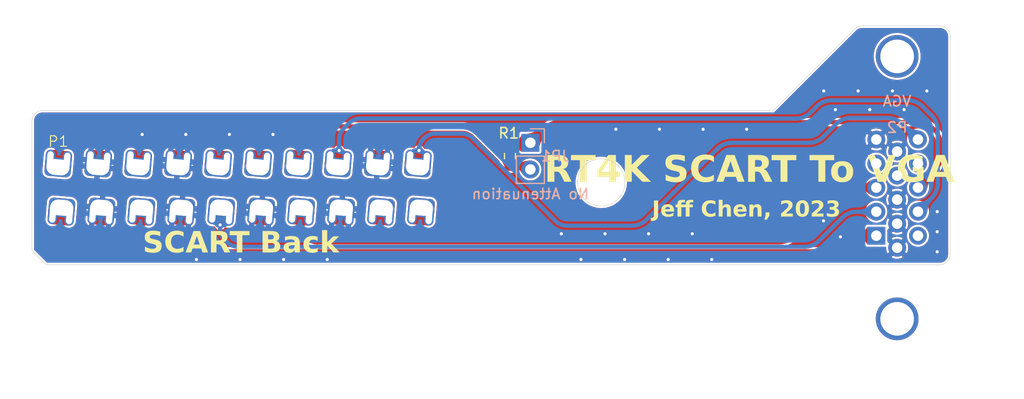
<source format=kicad_pcb>
(kicad_pcb (version 20221018) (generator pcbnew)
  (title_block (title "RT4K SCART2VGA Adapter") (date "2023-12-06") (rev "1.0") (company "Jeff Chen"))
  (layers (0 "F.Cu" signal) (31 "B.Cu" signal) (34 "B.Paste" user) (35 "F.Paste" user) (36 "B.SilkS" user "B.Silkscreen") (37 "F.SilkS" user "F.Silkscreen") (38 "B.Mask" user) (39 "F.Mask" user) (44 "Edge.Cuts" user))
  (net 0 "")
  (net 1 "/Sync")
  (net 2 "/Sync_Processed")
  (net 4 "/Audio_R")
  (net 6 "GND")
  (net 7 "/Audio_L")
  (net 8 "/Blue")
  (net 11 "/Green")
  (net 13 "/Red")
  (footprint "Resistor_SMD:R_0603_1608Metric_Pad0.98x0.95mm_HandSolder" (layer "F.Cu") (at 148.46 103.27 -90)
    (fp_text reference "R1" (at -2.1775 0.12 -180) (layer "F.SilkS"))
    (fp_text value "470")
    (fp_line (start -0.254724 -0.5225) (end 0.254724 -0.5225) (stroke (width 0.12)) (layer "F.SilkS"))
    (fp_line (start -0.254724 0.5225) (end 0.254724 0.5225) (stroke (width 0.12)) (layer "F.SilkS"))
    (pad "1" smd roundrect locked (at -0.9125 0 270) (size 0.975 0.95) (layers "F.Cu" "F.Paste" "F.Mask") (net 1 "/Sync"))
    (pad "2" smd roundrect locked (at 0.9125 0 270) (size 0.975 0.95) (layers "F.Cu" "F.Paste" "F.Mask") (net 2 "/Sync_Processed"))
  )
  (footprint "SCART2VGA:SCART_THT" (layer "F.Cu") (at 105.5 104.09)
    (fp_text reference "P1" (at 0 -2.21 unlocked) (layer "F.SilkS") (effects (font (thickness 0.1))))
    (fp_text value "SCART_PAL")
    (pad "1" thru_hole oval locked (at 33.679336 4.66927 265) (size 2 0.9) (drill oval 1.7 0.6) (layers "*.Cu" "*.Mask"))
    (pad "1" smd rect locked (at 34.426082 5.310967 355) (size 1.6 0.85) (layers "F.Cu" "F.Mask"))
    (pad "1" thru_hole roundrect locked (at 34.531745 4.09737 355) (size 2.5 1.8) (drill oval 2.2 1.5) (layers "*.Cu" "*.Mask"))
    (pad "1" thru_hole oval locked (at 35.273247 4.808719 265) (size 2 0.9) (drill oval 1.7 0.6) (layers "*.Cu" "*.Mask"))
    (pad "2" thru_hole oval locked (at 33.424824 -0.428774 85) (size 2 0.9) (drill oval 1.7 0.6) (layers "*.Cu" "*.Mask") (net 4 "/Audio_R"))
    (pad "2" thru_hole roundrect locked (at 34.169486 0.238668 175) (size 2.5 1.8) (drill oval 2.2 1.5) (layers "*.Cu" "*.Mask") (net 4 "/Audio_R"))
    (pad "2" smd rect locked (at 34.271436 -0.932118 355) (size 1.6 0.85) (layers "F.Cu" "F.Mask") (net 4 "/Audio_R"))
    (pad "2" thru_hole oval locked (at 35.018735 -0.289324 85) (size 2 0.9) (drill oval 1.7 0.6) (layers "*.Cu" "*.Mask") (net 4 "/Audio_R"))
    (pad "3" thru_hole oval locked (at 29.879336 4.66927 265) (size 2 0.9) (drill oval 1.7 0.6) (layers "*.Cu" "*.Mask"))
    (pad "3" smd rect locked (at 30.626082 5.310967 355) (size 1.6 0.85) (layers "F.Cu" "F.Mask"))
    (pad "3" thru_hole roundrect locked (at 30.731745 4.09737 355) (size 2.5 1.8) (drill oval 2.2 1.5) (layers "*.Cu" "*.Mask"))
    (pad "3" thru_hole oval locked (at 31.473247 4.808719 265) (size 2 0.9) (drill oval 1.7 0.6) (layers "*.Cu" "*.Mask"))
    (pad "4" thru_hole oval locked (at 29.624824 -0.428774 85) (size 2 0.9) (drill oval 1.7 0.6) (layers "*.Cu" "*.Mask") (net 6 "GND"))
    (pad "4" thru_hole roundrect locked (at 30.369486 0.238668 175) (size 2.5 1.8) (drill oval 2.2 1.5) (layers "*.Cu" "*.Mask") (net 6 "GND"))
    (pad "4" smd rect locked (at 30.471436 -0.932118 355) (size 1.6 0.85) (layers "F.Cu" "F.Mask") (net 6 "GND"))
    (pad "4" thru_hole oval locked (at 31.218735 -0.289324 85) (size 2 0.9) (drill oval 1.7 0.6) (layers "*.Cu" "*.Mask") (net 6 "GND"))
    (pad "5" thru_hole oval locked (at 26.079356 4.669271 265) (size 2 0.9) (drill oval 1.7 0.6) (layers "*.Cu" "*.Mask") (net 6 "GND"))
    (pad "5" smd rect locked (at 26.827828 5.312413 355) (size 1.6 0.85) (layers "F.Cu" "F.Mask") (net 6 "GND"))
    (pad "5" thru_hole roundrect locked (at 26.931765 4.097371 355) (size 2.5 1.8) (drill oval 2.2 1.5) (layers "*.Cu" "*.Mask") (net 6 "GND"))
    (pad "5" thru_hole oval locked (at 27.673267 4.80872 265) (size 2 0.9) (drill oval 1.7 0.6) (layers "*.Cu" "*.Mask") (net 6 "GND"))
    (pad "6" thru_hole oval locked (at 25.824824 -0.428774 85) (size 2 0.9) (drill oval 1.7 0.6) (layers "*.Cu" "*.Mask") (net 7 "/Audio_L"))
    (pad "6" thru_hole roundrect locked (at 26.569486 0.238668 175) (size 2.5 1.8) (drill oval 2.2 1.5) (layers "*.Cu" "*.Mask") (net 7 "/Audio_L"))
    (pad "6" smd rect locked (at 26.671436 -0.932118 355) (size 1.6 0.85) (layers "F.Cu" "F.Mask") (net 7 "/Audio_L"))
    (pad "6" thru_hole oval locked (at 27.418735 -0.289324 85) (size 2 0.9) (drill oval 1.7 0.6) (layers "*.Cu" "*.Mask") (net 7 "/Audio_L"))
    (pad "7" thru_hole oval locked (at 22.279356 4.669271 265) (size 2 0.9) (drill oval 1.7 0.6) (layers "*.Cu" "*.Mask") (net 8 "/Blue"))
    (pad "7" smd rect locked (at 23.027828 5.312413 355) (size 1.6 0.85) (layers "F.Cu" "F.Mask") (net 8 "/Blue"))
    (pad "7" thru_hole roundrect locked (at 23.131765 4.097371 355) (size 2.5 1.8) (drill oval 2.2 1.5) (layers "*.Cu" "*.Mask") (net 8 "/Blue"))
    (pad "7" thru_hole oval locked (at 23.873267 4.80872 265) (size 2 0.9) (drill oval 1.7 0.6) (layers "*.Cu" "*.Mask") (net 8 "/Blue"))
    (pad "8" thru_hole oval locked (at 22.024824 -0.428774 85) (size 2 0.9) (drill oval 1.7 0.6) (layers "*.Cu" "*.Mask"))
    (pad "8" thru_hole roundrect locked (at 22.769486 0.238668 175) (size 2.5 1.8) (drill oval 2.2 1.5) (layers "*.Cu" "*.Mask"))
    (pad "8" smd rect locked (at 22.871436 -0.932118 355) (size 1.6 0.85) (layers "F.Cu" "F.Mask"))
    (pad "8" thru_hole oval locked (at 23.618735 -0.289324 85) (size 2 0.9) (drill oval 1.7 0.6) (layers "*.Cu" "*.Mask"))
    (pad "9" thru_hole oval locked (at 18.479356 4.669271 265) (size 2 0.9) (drill oval 1.7 0.6) (layers "*.Cu" "*.Mask") (net 6 "GND"))
    (pad "9" smd rect locked (at 19.227828 5.312413 355) (size 1.6 0.85) (layers "F.Cu" "F.Mask") (net 6 "GND"))
    (pad "9" thru_hole roundrect locked (at 19.331765 4.097371 355) (size 2.5 1.8) (drill oval 2.2 1.5) (layers "*.Cu" "*.Mask") (net 6 "GND"))
    (pad "9" thru_hole oval locked (at 20.073267 4.80872 265) (size 2 0.9) (drill oval 1.7 0.6) (layers "*.Cu" "*.Mask") (net 6 "GND"))
    (pad "10" thru_hole oval locked (at 18.224824 -0.428774 85) (size 2 0.9) (drill oval 1.7 0.6) (layers "*.Cu" "*.Mask"))
    (pad "10" thru_hole roundrect locked (at 18.969486 0.238668 175) (size 2.5 1.8) (drill oval 2.2 1.5) (layers "*.Cu" "*.Mask"))
    (pad "10" smd rect locked (at 19.071436 -0.932118 355) (size 1.6 0.85) (layers "F.Cu" "F.Mask"))
    (pad "10" thru_hole oval locked (at 19.818735 -0.289324 85) (size 2 0.9) (drill oval 1.7 0.6) (layers "*.Cu" "*.Mask"))
    (pad "11" thru_hole oval locked (at 14.679356 4.669271 265) (size 2 0.9) (drill oval 1.7 0.6) (layers "*.Cu" "*.Mask") (net 11 "/Green"))
    (pad "11" smd rect locked (at 15.427828 5.312413 355) (size 1.6 0.85) (layers "F.Cu" "F.Mask") (net 11 "/Green"))
    (pad "11" thru_hole roundrect locked (at 15.531765 4.097371 355) (size 2.5 1.8) (drill oval 2.2 1.5) (layers "*.Cu" "*.Mask") (net 11 "/Green"))
    (pad "11" thru_hole oval locked (at 16.273267 4.80872 265) (size 2 0.9) (drill oval 1.7 0.6) (layers "*.Cu" "*.Mask") (net 11 "/Green"))
    (pad "12" thru_hole oval locked (at 14.424824 -0.428774 85) (size 2 0.9) (drill oval 1.7 0.6) (layers "*.Cu" "*.Mask"))
    (pad "12" thru_hole roundrect locked (at 15.169486 0.238668 175) (size 2.5 1.8) (drill oval 2.2 1.5) (layers "*.Cu" "*.Mask"))
    (pad "12" smd rect locked (at 15.271436 -0.932118 355) (size 1.6 0.85) (layers "F.Cu" "F.Mask"))
    (pad "12" thru_hole oval locked (at 16.018735 -0.289324 85) (size 2 0.9) (drill oval 1.7 0.6) (layers "*.Cu" "*.Mask"))
    (pad "13" thru_hole oval locked (at 10.879356 4.669271 265) (size 2 0.9) (drill oval 1.7 0.6) (layers "*.Cu" "*.Mask") (net 6 "GND"))
    (pad "13" smd rect locked (at 11.627828 5.312413 355) (size 1.6 0.85) (layers "F.Cu" "F.Mask") (net 6 "GND"))
    (pad "13" thru_hole roundrect locked (at 11.731765 4.097371 355) (size 2.5 1.8) (drill oval 2.2 1.5) (layers "*.Cu" "*.Mask") (net 6 "GND"))
    (pad "13" thru_hole oval locked (at 12.473267 4.80872 265) (size 2 0.9) (drill oval 1.7 0.6) (layers "*.Cu" "*.Mask") (net 6 "GND"))
    (pad "14" thru_hole oval locked (at 10.624824 -0.428774 85) (size 2 0.9) (drill oval 1.7 0.6) (layers "*.Cu" "*.Mask") (net 6 "GND"))
    (pad "14" thru_hole roundrect locked (at 11.369486 0.238668 175) (size 2.5 1.8) (drill oval 2.2 1.5) (layers "*.Cu" "*.Mask") (net 6 "GND"))
    (pad "14" smd rect locked (at 11.471436 -0.932118 355) (size 1.6 0.85) (layers "F.Cu" "F.Mask") (net 6 "GND"))
    (pad "14" thru_hole oval locked (at 12.218735 -0.289324 85) (size 2 0.9) (drill oval 1.7 0.6) (layers "*.Cu" "*.Mask") (net 6 "GND"))
    (pad "15" thru_hole oval locked (at 7.079356 4.669271 265) (size 2 0.9) (drill oval 1.7 0.6) (layers "*.Cu" "*.Mask") (net 13 "/Red"))
    (pad "15" smd rect locked (at 7.827828 5.312413 355) (size 1.6 0.85) (layers "F.Cu" "F.Mask") (net 13 "/Red"))
    (pad "15" thru_hole roundrect locked (at 7.931765 4.097371 355) (size 2.5 1.8) (drill oval 2.2 1.5) (layers "*.Cu" "*.Mask") (net 13 "/Red"))
    (pad "15" thru_hole oval locked (at 8.673267 4.80872 265) (size 2 0.9) (drill oval 1.7 0.6) (layers "*.Cu" "*.Mask") (net 13 "/Red"))
    (pad "16" thru_hole oval locked (at 6.824824 -0.428774 85) (size 2 0.9) (drill oval 1.7 0.6) (layers "*.Cu" "*.Mask"))
    (pad "16" thru_hole roundrect locked (at 7.569486 0.238668 175) (size 2.5 1.8) (drill oval 2.2 1.5) (layers "*.Cu" "*.Mask"))
    (pad "16" smd rect locked (at 7.671436 -0.932118 355) (size 1.6 0.85) (layers "F.Cu" "F.Mask"))
    (pad "16" thru_hole oval locked (at 8.418735 -0.289324 85) (size 2 0.9) (drill oval 1.7 0.6) (layers "*.Cu" "*.Mask"))
    (pad "17" thru_hole oval locked (at 3.279356 4.669271 265) (size 2 0.9) (drill oval 1.7 0.6) (layers "*.Cu" "*.Mask") (net 6 "GND"))
    (pad "17" smd rect locked (at 4.027828 5.312413 355) (size 1.6 0.85) (layers "F.Cu" "F.Mask") (net 6 "GND"))
    (pad "17" thru_hole roundrect locked (at 4.131765 4.097371 355) (size 2.5 1.8) (drill oval 2.2 1.5) (layers "*.Cu" "*.Mask") (net 6 "GND"))
    (pad "17" thru_hole oval locked (at 4.873267 4.80872 265) (size 2 0.9) (drill oval 1.7 0.6) (layers "*.Cu" "*.Mask") (net 6 "GND"))
    (pad "18" thru_hole oval locked (at 3.024824 -0.428774 85) (size 2 0.9) (drill oval 1.7 0.6) (layers "*.Cu" "*.Mask") (net 6 "GND"))
    (pad "18" thru_hole roundrect locked (at 3.769486 0.238668 175) (size 2.5 1.8) (drill oval 2.2 1.5) (layers "*.Cu" "*.Mask") (net 6 "GND"))
    (pad "18" smd rect locked (at 3.871436 -0.932118 355) (size 1.6 0.85) (layers "F.Cu" "F.Mask") (net 6 "GND"))
    (pad "18" thru_hole oval locked (at 4.618735 -0.289324 85) (size 2 0.9) (drill oval 1.7 0.6) (layers "*.Cu" "*.Mask") (net 6 "GND"))
    (pad "19" thru_hole oval locked (at -0.520644 4.669271 265) (size 2 0.9) (drill oval 1.7 0.6) (layers "*.Cu" "*.Mask"))
    (pad "19" smd rect locked (at 0.227828 5.312413 355) (size 1.6 0.85) (layers "F.Cu" "F.Mask"))
    (pad "19" thru_hole roundrect locked (at 0.331765 4.097371 355) (size 2.5 1.8) (drill oval 2.2 1.5) (layers "*.Cu" "*.Mask"))
    (pad "19" thru_hole oval locked (at 1.073267 4.80872 265) (size 2 0.9) (drill oval 1.7 0.6) (layers "*.Cu" "*.Mask"))
    (pad "20" thru_hole oval locked (at -0.775178 -0.428774 85) (size 2 0.9) (drill oval 1.7 0.6) (layers "*.Cu" "*.Mask") (net 2 "/Sync_Processed"))
    (pad "20" thru_hole roundrect locked (at -0.030516 0.238668 175) (size 2.5 1.8) (drill oval 2.2 1.5) (layers "*.Cu" "*.Mask") (net 2 "/Sync_Processed"))
    (pad "20" smd rect locked (at 0.071915 -0.93212 355) (size 1.6 0.85) (layers "F.Cu" "F.Mask") (net 2 "/Sync_Processed"))
    (pad "20" thru_hole oval locked (at 0.818733 -0.289325 85) (size 2 0.9) (drill oval 1.7 0.6) (layers "*.Cu" "*.Mask") (net 2 "/Sync_Processed"))
  )
  (footprint "SCART2VGA:VGA_female_rightangle_slim" (layer "B.Cu") (at 185.28 93.78 -90)
    (fp_text reference "P2" (at 6.77 0 -180) (layer "B.SilkS") (effects (justify mirror)))
    (fp_text value "VGA" (at 4.265898 0.010326 180) (layer "B.SilkS") (effects (justify mirror)))
    (pad "1" thru_hole rect locked (at 17.075 1.98 90) (size 1.7 1.7) (drill 1) (layers "*.Cu" "*.Mask") (net 13 "/Red"))
    (pad "2" thru_hole circle locked (at 14.785 1.98 90) (size 1.7 1.7) (drill 1) (layers "*.Cu" "*.Mask") (net 11 "/Green"))
    (pad "3" thru_hole circle locked (at 12.495 1.98 90) (size 1.7 1.7) (drill 1) (layers "*.Cu" "*.Mask") (net 8 "/Blue"))
    (pad "4" thru_hole circle locked (at 10.205 1.98 90) (size 1.7 1.7) (drill 1) (layers "*.Cu" "*.Mask"))
    (pad "5" thru_hole circle locked (at 7.915 1.98 90) (size 1.7 1.7) (drill 1) (layers "*.Cu" "*.Mask") (net 6 "GND"))
    (pad "6" thru_hole circle locked (at 18.22 0 90) (size 1.7 1.7) (drill 1) (layers "*.Cu" "*.Mask") (net 6 "GND"))
    (pad "7" thru_hole circle locked (at 15.93 0 90) (size 1.7 1.7) (drill 1) (layers "*.Cu" "*.Mask") (net 6 "GND"))
    (pad "8" thru_hole circle locked (at 13.64 0 90) (size 1.7 1.7) (drill 1) (layers "*.Cu" "*.Mask") (net 6 "GND"))
    (pad "9" thru_hole circle locked (at 11.35 0 90) (size 1.7 1.7) (drill 1) (layers "*.Cu" "*.Mask"))
    (pad "10" thru_hole circle locked (at 9.06 0 90) (size 1.7 1.7) (drill 1) (layers "*.Cu" "*.Mask") (net 6 "GND"))
    (pad "11" thru_hole circle locked (at 17.075 -1.98 90) (size 1.7 1.7) (drill 1) (layers "*.Cu" "*.Mask"))
    (pad "12" thru_hole circle locked (at 14.785 -1.98 90) (size 1.7 1.7) (drill 1) (layers "*.Cu" "*.Mask") (net 7 "/Audio_L"))
    (pad "13" thru_hole circle locked (at 12.495 -1.98 90) (size 1.7 1.7) (drill 1) (layers "*.Cu" "*.Mask") (net 1 "/Sync"))
    (pad "14" thru_hole circle locked (at 10.205 -1.98 90) (size 1.7 1.7) (drill 1) (layers "*.Cu" "*.Mask"))
    (pad "15" thru_hole circle locked (at 7.915 -1.98 90) (size 1.7 1.7) (drill 1) (layers "*.Cu" "*.Mask") (net 4 "/Audio_R"))
    (pad "S1" thru_hole circle locked (at 0 0 270) (size 4.066 4.066) (drill 3.2) (layers "*.Cu" "*.Mask"))
    (pad "S2" thru_hole circle locked (at 24.99 0 270) (size 4.066 4.066) (drill 3.2) (layers "*.Cu" "*.Mask"))
  )
  (footprint "Connector_PinHeader_2.54mm:PinHeader_1x02_P2.54mm_Vertical" (layer "B.Cu") (at 150.4 102.005 180)
    (fp_text reference "JP1" (at -2.37 -1.275) (layer "B.SilkS") (effects (justify mirror)))
    (fp_text value "No Attenuation" (at 0 -4.87) (layer "B.SilkS") (effects (justify mirror)))
    (fp_line (start -1.33 -3.87) (end 1.33 -3.87) (stroke (width 0.12)) (layer "B.SilkS"))
    (fp_line (start -1.33 -1.27) (end -1.33 -3.87) (stroke (width 0.12)) (layer "B.SilkS"))
    (fp_line (start -1.33 -1.27) (end 1.33 -1.27) (stroke (width 0.12)) (layer "B.SilkS"))
    (fp_line (start -1.33 0) (end -1.33 1.33) (stroke (width 0.12)) (layer "B.SilkS"))
    (fp_line (start -1.33 1.33) (end 0 1.33) (stroke (width 0.12)) (layer "B.SilkS"))
    (fp_line (start 1.33 -1.27) (end 1.33 -3.87) (stroke (width 0.12)) (layer "B.SilkS"))
    (pad "1" thru_hole rect locked (at 0 0 180) (size 1.7 1.7) (drill 1) (layers "*.Cu" "*.Mask") (net 1 "/Sync"))
    (pad "2" thru_hole oval locked (at 0 -2.54 180) (size 1.7 1.7) (drill 1) (layers "*.Cu" "*.Mask") (net 2 "/Sync_Processed"))
  )
  (gr_circle (center 157.137329 105.775152) (end 159.387329 105.775152) (stroke (width 0.05)) (fill none) (layer "Edge.Cuts"))
  (gr_line (start 103.000035 112.275156) (end 104.350035 113.625156) (stroke (width 0.05)) (layer "Edge.Cuts"))
  (gr_arc (start 190.328391 112.625152) (mid 190.0355 113.332252) (end 189.328391 113.625152) (stroke (width 0.05)) (layer "Edge.Cuts"))
  (gr_arc (start 103.000034 99.925156) (mid 103.292927 99.218049) (end 104.000034 98.925156) (stroke (width 0.05)) (layer "Edge.Cuts"))
  (gr_line (start 181.235495 91.168048) (end 173.47839 98.925153) (stroke (width 0.05)) (layer "Edge.Cuts"))
  (gr_line (start 190.328391 112.625152) (end 190.32839 91.875154) (stroke (width 0.05)) (layer "Edge.Cuts"))
  (gr_line (start 104.350035 113.625156) (end 189.328391 113.625152) (stroke (width 0.05)) (layer "Edge.Cuts"))
  (gr_arc (start 189.32839 90.875154) (mid 190.03553 91.168031) (end 190.32839 91.875154) (stroke (width 0.05)) (layer "Edge.Cuts"))
  (gr_arc (start 181.235495 91.168048) (mid 181.559917 90.951267) (end 181.942602 90.875154) (stroke (width 0.05)) (layer "Edge.Cuts"))
  (gr_line (start 173.47839 98.925153) (end 104.000034 98.925156) (stroke (width 0.05)) (layer "Edge.Cuts"))
  (gr_line (start 103.000034 99.925156) (end 103.000035 112.275156) (stroke (width 0.05)) (layer "Edge.Cuts"))
  (gr_line (start 189.32839 90.875154) (end 181.942602 90.875154) (stroke (width 0.05)) (layer "Edge.Cuts"))
  (gr_text "SCART Back" (at 122.871284 111.617874) (layer "F.SilkS") (effects (font (size 2 2) (thickness 0.3) bold)))
  (gr_text "RT4K SCART To VGA" (at 171.23 104.68) (layer "F.SilkS") (effects (font (size 2.5 2.5) (thickness 0.3) bold)))
  (gr_text "Jeff Chen, 2023" (at 170.94 108.41) (layer "F.SilkS") (effects (font (size 1.5 1.5) (thickness 0.3) bold)))
  (segment (start 150.0475 102.3575) (end 150.4 102.005) (width 0.4) (layer "F.Cu") (net 1))
  (segment (start 171.25995 100.02) (end 153.213427 100.02) (width 0.4) (layer "F.Cu") (net 1))
  (segment (start 171.281199 100.041249) (end 171.25995 100.02) (width 0.4) (layer "F.Cu") (net 1))
  (segment (start 187.26 106.275) (end 188.844214 104.690786) (width 0.4) (layer "F.Cu") (net 1))
  (segment (start 188.844213 100.791446) (end 188.679802 100.627035) (width 0.4) (layer "F.Cu") (net 1))
  (segment (start 148.46 102.3575) (end 150.0475 102.3575) (width 0.4) (layer "F.Cu") (net 1))
  (segment (start 189.43 103.276573) (end 189.43 102.20566) (width 0.4) (layer "F.Cu") (net 1))
  (segment (start 187.265589 100.041249) (end 171.281199 100.041249) (width 0.4) (layer "F.Cu") (net 1))
  (segment (start 151.799213 100.605787) (end 150.4 102.005) (width 0.4) (layer "F.Cu") (net 1))
  (arc (start 153.213427 100.02) (mid 152.44806 100.172241) (end 151.799213 100.605787) (width 0.4) (layer "F.Cu") (net 1))
  (arc (start 188.844214 104.690786) (mid 189.277759 104.04194) (end 189.43 103.276573) (width 0.4) (layer "F.Cu") (net 1))
  (arc (start 188.679802 100.627035) (mid 188.030956 100.19349) (end 187.265589 100.041249) (width 0.4) (layer "F.Cu") (net 1))
  (arc (start 188.844213 100.791446) (mid 189.277759 101.440293) (end 189.43 102.20566) (width 0.4) (layer "F.Cu") (net 1))
  (segment (start 148.46 104.1825) (end 145.313286 101.035786) (width 0.4) (layer "F.Cu") (net 2))
  (segment (start 143.899073 100.45) (end 107.44132 100.45) (width 0.4) (layer "F.Cu") (net 2))
  (segment (start 148.46 104.1825) (end 150.0375 104.1825) (width 0.4) (layer "F.Cu") (net 2))
  (segment (start 106.38066 100.88934) (end 106.011255 101.258745) (width 0.4) (layer "F.Cu") (net 2))
  (segment (start 150.0375 104.1825) (end 150.4 104.545) (width 0.4) (layer "F.Cu") (net 2))
  (segment (start 105.571915 102.319405) (end 105.571915 103.15788) (width 0.4) (layer "F.Cu") (net 2))
  (arc (start 145.313286 101.035786) (mid 144.66444 100.602241) (end 143.899073 100.45) (width 0.4) (layer "F.Cu") (net 2))
  (arc (start 107.44132 100.45) (mid 106.867295 100.564181) (end 106.38066 100.88934) (width 0.4) (layer "F.Cu") (net 2))
  (arc (start 105.571915 102.319405) (mid 105.686096 101.74538) (end 106.011255 101.258745) (width 0.4) (layer "F.Cu") (net 2))
  (via (at 139.81 102.74) (size 0.6) (drill 0.3) (layers "F.Cu" "B.Cu") (net 4))
  (segment (start 161.455786 109.314214) (end 168.174213 102.595787) (width 0.4) (layer "B.Cu") (net 4))
  (segment (start 185.787569 100.222569) (end 187.26 101.695) (width 0.4) (layer "B.Cu") (net 4))
  (segment (start 140.24934 101.62066) (end 140.30066 101.56934) (width 0.4) (layer "B.Cu") (net 4))
  (segment (start 169.588427 102.01) (end 176.851573 102.01) (width 0.4) (layer "B.Cu") (net 4))
  (segment (start 141.36132 101.13) (end 143.84868 101.13) (width 0.4) (layer "B.Cu") (net 4))
  (segment (start 178.265786 101.424214) (end 179.46743 100.22257) (width 0.4) (layer "B.Cu") (net 4))
  (segment (start 180.881644 99.636783) (end 184.373356 99.636783) (width 0.4) (layer "B.Cu") (net 4))
  (segment (start 139.71 102.65132) (end 139.72132 102.65132) (width 0.4) (layer "B.Cu") (net 4))
  (segment (start 139.81 102.74) (end 139.34 102.74) (width 0.4) (layer "B.Cu") (net 4))
  (segment (start 153.86132 109.9) (end 160.041573 109.9) (width 0.4) (layer "B.Cu") (net 4))
  (segment (start 139.72132 102.65132) (end 139.81 102.74) (width 0.4) (layer "B.Cu") (net 4))
  (segment (start 144.90934 101.56934) (end 152.80066 109.46066) (width 0.4) (layer "B.Cu") (net 4))
  (segment (start 140.06 102.74) (end 140.5 103.18) (width 0.4) (layer "B.Cu") (net 4))
  (segment (start 139.81 102.74) (end 139.81 102.68132) (width 0.4) (layer "B.Cu") (net 4))
  (segment (start 139.81 102.74) (end 140.06 102.74) (width 0.4) (layer "B.Cu") (net 4))
  (segment (start 139.34 102.74) (end 138.9 103.18) (width 0.4) (layer "B.Cu") (net 4))
  (arc (start 176.851573 102.01) (mid 177.61694 101.857759) (end 178.265786 101.424214) (width 0.4) (layer "B.Cu") (net 4))
  (arc (start 160.041573 109.9) (mid 160.806938 109.74775) (end 161.455786 109.314214) (width 0.4) (layer "B.Cu") (net 4))
  (arc (start 184.373356 99.636783) (mid 185.138723 99.789024) (end 185.787569 100.222569) (width 0.4) (layer "B.Cu") (net 4))
  (arc (start 168.174213 102.595787) (mid 168.82306 102.162241) (end 169.588427 102.01) (width 0.4) (layer "B.Cu") (net 4))
  (arc (start 143.84868 101.13) (mid 144.422705 101.244181) (end 144.90934 101.56934) (width 0.4) (layer "B.Cu") (net 4))
  (arc (start 140.24934 101.62066) (mid 139.924181 102.107295) (end 139.81 102.68132) (width 0.4) (layer "B.Cu") (net 4))
  (arc (start 179.46743 100.22257) (mid 180.116277 99.789024) (end 180.881644 99.636783) (width 0.4) (layer "B.Cu") (net 4))
  (arc (start 140.30066 101.56934) (mid 140.787295 101.244181) (end 141.36132 101.13) (width 0.4) (layer "B.Cu") (net 4))
  (arc (start 152.80066 109.46066) (mid 153.287295 109.785819) (end 153.86132 109.9) (width 0.4) (layer "B.Cu") (net 4))
  (via (at 181.566666 97.07) (size 0.6) (drill 0.3) (layers "F.Cu" "B.Cu") (net 6))
  (via (at 153.35 110.67) (size 0.6) (drill 0.3) (layers "F.Cu" "B.Cu") (net 6))
  (via (at 182.673334 98.85) (size 0.6) (drill 0.3) (layers "F.Cu" "B.Cu") (net 6))
  (via (at 189.09 110.4775) (size 0.6) (drill 0.3) (layers "F.Cu" "B.Cu") (net 6))
  (via (at 178.28 109.44) (size 0.6) (drill 0.3) (layers "F.Cu" "B.Cu") (net 6))
  (via (at 121.773332 101.21) (size 0.6) (drill 0.3) (layers "F.Cu" "B.Cu") (net 6))
  (via (at 167.65 113.12) (size 0.6) (drill 0.3) (layers "F.Cu" "B.Cu") (net 6))
  (via (at 185.94 98.85) (size 0.6) (drill 0.3) (layers "F.Cu" "B.Cu") (net 6))
  (via (at 165.79 110.67) (size 0.6) (drill 0.3) (layers "F.Cu" "B.Cu") (net 6))
  (via (at 125.92 101.21) (size 0.6) (drill 0.3) (layers "F.Cu" "B.Cu") (net 6))
  (via (at 179.406668 98.85) (size 0.6) (drill 0.3) (layers "F.Cu" "B.Cu") (net 6))
  (via (at 162.676666 100.72) (size 0.6) (drill 0.3) (layers "F.Cu" "B.Cu") (net 6))
  (via (at 188.1 97.07) (size 0.6) (drill 0.3) (layers "F.Cu" "B.Cu") (net 6))
  (via (at 189.09 108.565) (size 0.6) (drill 0.3) (layers "F.Cu" "B.Cu") (net 6))
  (via (at 170.97 100.72) (size 0.6) (drill 0.3) (layers "F.Cu" "B.Cu") (net 6))
  (via (at 178.3 97.07) (size 0.6) (drill 0.3) (layers "F.Cu" "B.Cu") (net 6))
  (via (at 126.933332 113.12) (size 0.6) (drill 0.3) (layers "F.Cu" "B.Cu") (net 6))
  (via (at 166.823332 100.72) (size 0.6) (drill 0.3) (layers "F.Cu" "B.Cu") (net 6))
  (via (at 189.09 112.39) (size 0.6) (drill 0.3) (layers "F.Cu" "B.Cu") (net 6))
  (via (at 163.503332 113.12) (size 0.6) (drill 0.3) (layers "F.Cu" "B.Cu") (net 6))
  (via (at 113.48 101.21) (size 0.6) (drill 0.3) (layers "F.Cu" "B.Cu") (net 6))
  (via (at 131.08 113.12) (size 0.6) (drill 0.3) (layers "F.Cu" "B.Cu") (net 6))
  (via (at 117.626666 101.21) (size 0.6) (drill 0.3) (layers "F.Cu" "B.Cu") (net 6))
  (via (at 158.53 100.72) (size 0.6) (drill 0.3) (layers "F.Cu" "B.Cu") (net 6))
  (via (at 122.786666 113.12) (size 0.6) (drill 0.3) (layers "F.Cu" "B.Cu") (net 6))
  (via (at 118.64 113.12) (size 0.6) (drill 0.3) (layers "F.Cu" "B.Cu") (net 6))
  (via (at 155.21 113.12) (size 0.6) (drill 0.3) (layers "F.Cu" "B.Cu") (net 6))
  (via (at 184.833332 97.07) (size 0.6) (drill 0.3) (layers "F.Cu" "B.Cu") (net 6))
  (via (at 161.643332 110.67) (size 0.6) (drill 0.3) (layers "F.Cu" "B.Cu") (net 6))
  (via (at 159.356666 113.12) (size 0.6) (drill 0.3) (layers "F.Cu" "B.Cu") (net 6))
  (via (at 157.496666 110.67) (size 0.6) (drill 0.3) (layers "F.Cu" "B.Cu") (net 6))
  (via (at 179.88 110.96) (size 0.6) (drill 0.3) (layers "F.Cu" "B.Cu") (net 6))
  (via (at 132.21 102.74) (size 0.6) (drill 0.3) (layers "F.Cu" "B.Cu") (net 7))
  (segment (start 187.706928 98.546928) (end 188.554214 99.394214) (width 0.4) (layer "B.Cu") (net 7))
  (segment (start 132.64934 100.64066) (end 133.15066 100.13934) (width 0.4) (layer "B.Cu") (net 7))
  (segment (start 132.21 102.74) (end 132.21 101.70132) (width 0.4) (layer "B.Cu") (net 7))
  (segment (start 188.554213 107.270787) (end 187.26 108.565) (width 0.4) (layer "B.Cu") (net 7))
  (segment (start 177.055787 99.114213) (end 177.623073 98.546927) (width 0.4) (layer "B.Cu") (net 7))
  (segment (start 131.71 102.74) (end 131.3 103.15) (width 0.4) (layer "B.Cu") (net 7))
  (segment (start 132.21 102.74) (end 132.45 102.74) (width 0.4) (layer "B.Cu") (net 7))
  (segment (start 132.21 102.74) (end 131.71 102.74) (width 0.4) (layer "B.Cu") (net 7))
  (segment (start 179.037286 97.961141) (end 186.292714 97.961141) (width 0.4) (layer "B.Cu") (net 7))
  (segment (start 189.14 100.808427) (end 189.14 105.856573) (width 0.4) (layer "B.Cu") (net 7))
  (segment (start 134.21132 99.7) (end 175.641573 99.7) (width 0.4) (layer "B.Cu") (net 7))
  (segment (start 132.45 102.74) (end 132.9 103.19) (width 0.4) (layer "B.Cu") (net 7))
  (arc (start 188.554214 99.394214) (mid 188.987759 100.04306) (end 189.14 100.808427) (width 0.4) (layer "B.Cu") (net 7))
  (arc (start 132.64934 100.64066) (mid 132.324181 101.127295) (end 132.21 101.70132) (width 0.4) (layer "B.Cu") (net 7))
  (arc (start 186.292714 97.961141) (mid 187.058081 98.113382) (end 187.706928 98.546928) (width 0.4) (layer "B.Cu") (net 7))
  (arc (start 189.14 105.856573) (mid 188.987759 106.62194) (end 188.554213 107.270787) (width 0.4) (layer "B.Cu") (net 7))
  (arc (start 175.641573 99.7) (mid 176.40694 99.547759) (end 177.055787 99.114213) (width 0.4) (layer "B.Cu") (net 7))
  (arc (start 133.15066 100.13934) (mid 133.637295 99.814181) (end 134.21132 99.7) (width 0.4) (layer "B.Cu") (net 7))
  (arc (start 177.623073 98.546927) (mid 178.271919 98.113382) (end 179.037286 97.961141) (width 0.4) (layer "B.Cu") (net 7))
  (segment (start 129.071178 111.041178) (end 128.967168 110.937168) (width 0.4) (layer "F.Cu") (net 8))
  (segment (start 183.3 106.275) (end 180.893427 106.275) (width 0.4) (layer "F.Cu") (net 8))
  (segment (start 179.479214 106.860786) (end 175.445269 110.894731) (width 0.4) (layer "F.Cu") (net 8))
  (segment (start 128.527828 109.876508) (end 128.527828 109.402413) (width 0.4) (layer "F.Cu") (net 8))
  (segment (start 174.031055 111.480518) (end 130.131838 111.480518) (width 0.4) (layer "F.Cu") (net 8))
  (arc (start 175.445269 110.894731) (mid 174.796422 111.328277) (end 174.031055 111.480518) (width 0.4) (layer "F.Cu") (net 8))
  (arc (start 180.893427 106.275) (mid 180.12806 106.427241) (end 179.479214 106.860786) (width 0.4) (layer "F.Cu") (net 8))
  (arc (start 128.527828 109.876508) (mid 128.642009 110.450533) (end 128.967168 110.937168) (width 0.4) (layer "F.Cu") (net 8))
  (arc (start 130.131838 111.480518) (mid 129.557813 111.366337) (end 129.071178 111.041178) (width 0.4) (layer "F.Cu") (net 8))
  (via (at 120.89 109.83) (size 0.6) (drill 0.3) (layers "F.Cu" "B.Cu") (net 11))
  (segment (start 120.89 109.83) (end 120.89 110.17868) (width 0.4) (layer "B.Cu") (net 11))
  (segment (start 120.2 108.75868) (end 120.2 108.58) (width 0.4) (layer "B.Cu") (net 11))
  (segment (start 121.32934 111.23934) (end 121.56066 111.47066) (width 0.4) (layer "B.Cu") (net 11))
  (segment (start 121.8 108.75868) (end 121.8 108.58) (width 0.4) (layer "B.Cu") (net 11))
  (segment (start 121.35 109.83) (end 121.36066 109.81934) (width 0.4) (layer "B.Cu") (net 11))
  (segment (start 177.865786 111.324214) (end 180.039213 109.150787) (width 0.4) (layer "B.Cu") (net 11))
  (segment (start 120.89 109.83) (end 120.65 109.83) (width 0.4) (layer "B.Cu") (net 11))
  (segment (start 122.62132 111.91) (end 176.451573 111.91) (width 0.4) (layer "B.Cu") (net 11))
  (segment (start 181.453427 108.565) (end 183.3 108.565) (width 0.4) (layer "B.Cu") (net 11))
  (segment (start 120.65 109.83) (end 120.63934 109.81934) (width 0.4) (layer "B.Cu") (net 11))
  (segment (start 120.89 109.83) (end 121.35 109.83) (width 0.4) (layer "B.Cu") (net 11))
  (arc (start 176.451573 111.91) (mid 177.21694 111.757759) (end 177.865786 111.324214) (width 0.4) (layer "B.Cu") (net 11))
  (arc (start 120.2 108.75868) (mid 120.314181 109.332705) (end 120.63934 109.81934) (width 0.4) (layer "B.Cu") (net 11))
  (arc (start 121.32934 111.23934) (mid 121.004181 110.752705) (end 120.89 110.17868) (width 0.4) (layer "B.Cu") (net 11))
  (arc (start 121.56066 111.47066) (mid 122.047295 111.795819) (end 122.62132 111.91) (width 0.4) (layer "B.Cu") (net 11))
  (arc (start 180.039213 109.150787) (mid 180.68806 108.717241) (end 181.453427 108.565) (width 0.4) (layer "B.Cu") (net 11))
  (arc (start 121.8 108.75868) (mid 121.685819 109.332705) (end 121.36066 109.81934) (width 0.4) (layer "B.Cu") (net 11))
  (segment (start 113.327828 110.476508) (end 113.327828 109.402413) (width 0.4) (layer "F.Cu") (net 13))
  (segment (start 183.3 110.855) (end 182.223427 110.855) (width 0.4) (layer "F.Cu") (net 13))
  (segment (start 179.081261 112.340312) (end 115.191632 112.340312) (width 0.4) (layer "F.Cu") (net 13))
  (segment (start 114.130972 111.900972) (end 113.767168 111.537168) (width 0.4) (layer "F.Cu") (net 13))
  (segment (start 180.809213 111.440787) (end 180.495474 111.754526) (width 0.4) (layer "F.Cu") (net 13))
  (arc (start 115.191632 112.340312) (mid 114.617607 112.226131) (end 114.130972 111.900972) (width 0.4) (layer "F.Cu") (net 13))
  (arc (start 182.223427 110.855) (mid 181.45806 111.007241) (end 180.809213 111.440787) (width 0.4) (layer "F.Cu") (net 13))
  (arc (start 113.327828 110.476508) (mid 113.442009 111.050533) (end 113.767168 111.537168) (width 0.4) (layer "F.Cu") (net 13))
  (arc (start 180.495474 111.754526) (mid 179.846628 112.188071) (end 179.081261 112.340312) (width 0.4) (layer "F.Cu") (net 13))
  (zone (net 6) (net_name "GND") (layers "F&B.Cu") (connect_pads (clearance 0.2)) (min_thickness 0.1) (fill yes (thermal_gap 0.2) (thermal_bridge_width 0.5))
    (polygon (pts (xy 99.96 88.41) (xy 197.11 88.41) (xy 197.35 88.65) (xy 197.35 125.86) (xy 196.8 126.41) (xy 99.96 126.41)))
  )
)
</source>
